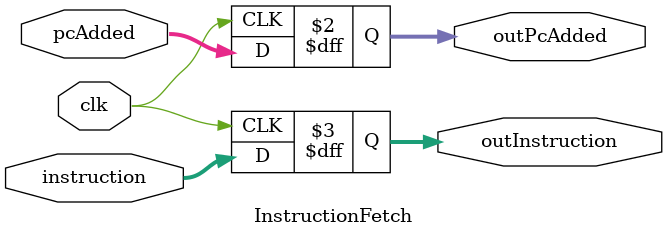
<source format=v>
`timescale 1ns/1ns
module InstructionFetch (
    input clk,
    input [31:0] pcAdded,
    input [31:0] instruction,
    output reg [31:0] outPcAdded,
    output reg [31:0] outInstruction 
);
    always @(posedge clk) begin
        outPcAdded = pcAdded;
        outInstruction = instruction;
    end 

endmodule //InstructionFetch

</source>
